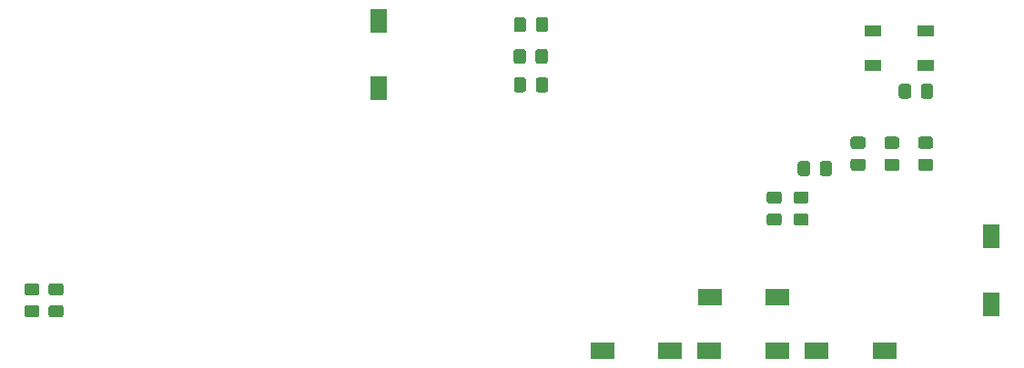
<source format=gbr>
%TF.GenerationSoftware,KiCad,Pcbnew,(5.1.6)-1*%
%TF.CreationDate,2021-01-14T00:20:57+08:00*%
%TF.ProjectId,micro-mp,6d696372-6f2d-46d7-902e-6b696361645f,v0.4*%
%TF.SameCoordinates,Original*%
%TF.FileFunction,Paste,Top*%
%TF.FilePolarity,Positive*%
%FSLAX46Y46*%
G04 Gerber Fmt 4.6, Leading zero omitted, Abs format (unit mm)*
G04 Created by KiCad (PCBNEW (5.1.6)-1) date 2021-01-14 00:20:57*
%MOMM*%
%LPD*%
G01*
G04 APERTURE LIST*
%ADD10R,1.597660X2.298700*%
%ADD11R,2.298700X1.597660*%
%ADD12R,1.500000X1.000000*%
G04 APERTURE END LIST*
%TO.C,D5*%
G36*
G01*
X113450001Y-98825000D02*
X112549999Y-98825000D01*
G75*
G02*
X112300000Y-98575001I0J249999D01*
G01*
X112300000Y-97924999D01*
G75*
G02*
X112549999Y-97675000I249999J0D01*
G01*
X113450001Y-97675000D01*
G75*
G02*
X113700000Y-97924999I0J-249999D01*
G01*
X113700000Y-98575001D01*
G75*
G02*
X113450001Y-98825000I-249999J0D01*
G01*
G37*
G36*
G01*
X113450001Y-100875000D02*
X112549999Y-100875000D01*
G75*
G02*
X112300000Y-100625001I0J249999D01*
G01*
X112300000Y-99974999D01*
G75*
G02*
X112549999Y-99725000I249999J0D01*
G01*
X113450001Y-99725000D01*
G75*
G02*
X113700000Y-99974999I0J-249999D01*
G01*
X113700000Y-100625001D01*
G75*
G02*
X113450001Y-100875000I-249999J0D01*
G01*
G37*
%TD*%
%TO.C,D4*%
G36*
G01*
X111200001Y-98825000D02*
X110299999Y-98825000D01*
G75*
G02*
X110050000Y-98575001I0J249999D01*
G01*
X110050000Y-97924999D01*
G75*
G02*
X110299999Y-97675000I249999J0D01*
G01*
X111200001Y-97675000D01*
G75*
G02*
X111450000Y-97924999I0J-249999D01*
G01*
X111450000Y-98575001D01*
G75*
G02*
X111200001Y-98825000I-249999J0D01*
G01*
G37*
G36*
G01*
X111200001Y-100875000D02*
X110299999Y-100875000D01*
G75*
G02*
X110050000Y-100625001I0J249999D01*
G01*
X110050000Y-99974999D01*
G75*
G02*
X110299999Y-99725000I249999J0D01*
G01*
X111200001Y-99725000D01*
G75*
G02*
X111450000Y-99974999I0J-249999D01*
G01*
X111450000Y-100625001D01*
G75*
G02*
X111200001Y-100875000I-249999J0D01*
G01*
G37*
%TD*%
%TO.C,R9*%
G36*
G01*
X157595000Y-77005001D02*
X157595000Y-76104999D01*
G75*
G02*
X157844999Y-75855000I249999J0D01*
G01*
X158495001Y-75855000D01*
G75*
G02*
X158745000Y-76104999I0J-249999D01*
G01*
X158745000Y-77005001D01*
G75*
G02*
X158495001Y-77255000I-249999J0D01*
G01*
X157844999Y-77255000D01*
G75*
G02*
X157595000Y-77005001I0J249999D01*
G01*
G37*
G36*
G01*
X155545000Y-77005001D02*
X155545000Y-76104999D01*
G75*
G02*
X155794999Y-75855000I249999J0D01*
G01*
X156445001Y-75855000D01*
G75*
G02*
X156695000Y-76104999I0J-249999D01*
G01*
X156695000Y-77005001D01*
G75*
G02*
X156445001Y-77255000I-249999J0D01*
G01*
X155794999Y-77255000D01*
G75*
G02*
X155545000Y-77005001I0J249999D01*
G01*
G37*
%TD*%
%TO.C,D3*%
G36*
G01*
X157625000Y-79650001D02*
X157625000Y-78749999D01*
G75*
G02*
X157874999Y-78500000I249999J0D01*
G01*
X158525001Y-78500000D01*
G75*
G02*
X158775000Y-78749999I0J-249999D01*
G01*
X158775000Y-79650001D01*
G75*
G02*
X158525001Y-79900000I-249999J0D01*
G01*
X157874999Y-79900000D01*
G75*
G02*
X157625000Y-79650001I0J249999D01*
G01*
G37*
G36*
G01*
X155575000Y-79650001D02*
X155575000Y-78749999D01*
G75*
G02*
X155824999Y-78500000I249999J0D01*
G01*
X156475001Y-78500000D01*
G75*
G02*
X156725000Y-78749999I0J-249999D01*
G01*
X156725000Y-79650001D01*
G75*
G02*
X156475001Y-79900000I-249999J0D01*
G01*
X155824999Y-79900000D01*
G75*
G02*
X155575000Y-79650001I0J249999D01*
G01*
G37*
%TD*%
%TO.C,R6*%
G36*
G01*
X193425000Y-80250001D02*
X193425000Y-79349999D01*
G75*
G02*
X193674999Y-79100000I249999J0D01*
G01*
X194325001Y-79100000D01*
G75*
G02*
X194575000Y-79349999I0J-249999D01*
G01*
X194575000Y-80250001D01*
G75*
G02*
X194325001Y-80500000I-249999J0D01*
G01*
X193674999Y-80500000D01*
G75*
G02*
X193425000Y-80250001I0J249999D01*
G01*
G37*
G36*
G01*
X191375000Y-80250001D02*
X191375000Y-79349999D01*
G75*
G02*
X191624999Y-79100000I249999J0D01*
G01*
X192275001Y-79100000D01*
G75*
G02*
X192525000Y-79349999I0J-249999D01*
G01*
X192525000Y-80250001D01*
G75*
G02*
X192275001Y-80500000I-249999J0D01*
G01*
X191624999Y-80500000D01*
G75*
G02*
X191375000Y-80250001I0J249999D01*
G01*
G37*
%TD*%
%TO.C,C2*%
G36*
G01*
X155575000Y-74050001D02*
X155575000Y-73149999D01*
G75*
G02*
X155824999Y-72900000I249999J0D01*
G01*
X156475001Y-72900000D01*
G75*
G02*
X156725000Y-73149999I0J-249999D01*
G01*
X156725000Y-74050001D01*
G75*
G02*
X156475001Y-74300000I-249999J0D01*
G01*
X155824999Y-74300000D01*
G75*
G02*
X155575000Y-74050001I0J249999D01*
G01*
G37*
G36*
G01*
X157625000Y-74050001D02*
X157625000Y-73149999D01*
G75*
G02*
X157874999Y-72900000I249999J0D01*
G01*
X158525001Y-72900000D01*
G75*
G02*
X158775000Y-73149999I0J-249999D01*
G01*
X158775000Y-74050001D01*
G75*
G02*
X158525001Y-74300000I-249999J0D01*
G01*
X157874999Y-74300000D01*
G75*
G02*
X157625000Y-74050001I0J249999D01*
G01*
G37*
%TD*%
D10*
%TO.C,SW6*%
X143000000Y-79549200D03*
X143000000Y-73250000D03*
%TD*%
%TO.C,SW5*%
X200000000Y-93350400D03*
X200000000Y-99649600D03*
%TD*%
D11*
%TO.C,SW4*%
X190045600Y-103969000D03*
X183746400Y-103969000D03*
%TD*%
%TO.C,SW3*%
X180076100Y-103969000D03*
X173776900Y-103969000D03*
%TD*%
%TO.C,SW2*%
X170106600Y-103969000D03*
X163807400Y-103969000D03*
%TD*%
%TO.C,SW1*%
X180088800Y-98939800D03*
X173789600Y-98939800D03*
%TD*%
%TO.C,R2*%
G36*
G01*
X179349999Y-91175000D02*
X180250001Y-91175000D01*
G75*
G02*
X180500000Y-91424999I0J-249999D01*
G01*
X180500000Y-92075001D01*
G75*
G02*
X180250001Y-92325000I-249999J0D01*
G01*
X179349999Y-92325000D01*
G75*
G02*
X179100000Y-92075001I0J249999D01*
G01*
X179100000Y-91424999D01*
G75*
G02*
X179349999Y-91175000I249999J0D01*
G01*
G37*
G36*
G01*
X179349999Y-89125000D02*
X180250001Y-89125000D01*
G75*
G02*
X180500000Y-89374999I0J-249999D01*
G01*
X180500000Y-90025001D01*
G75*
G02*
X180250001Y-90275000I-249999J0D01*
G01*
X179349999Y-90275000D01*
G75*
G02*
X179100000Y-90025001I0J249999D01*
G01*
X179100000Y-89374999D01*
G75*
G02*
X179349999Y-89125000I249999J0D01*
G01*
G37*
%TD*%
%TO.C,D2*%
G36*
G01*
X182750001Y-90275000D02*
X181849999Y-90275000D01*
G75*
G02*
X181600000Y-90025001I0J249999D01*
G01*
X181600000Y-89374999D01*
G75*
G02*
X181849999Y-89125000I249999J0D01*
G01*
X182750001Y-89125000D01*
G75*
G02*
X183000000Y-89374999I0J-249999D01*
G01*
X183000000Y-90025001D01*
G75*
G02*
X182750001Y-90275000I-249999J0D01*
G01*
G37*
G36*
G01*
X182750001Y-92325000D02*
X181849999Y-92325000D01*
G75*
G02*
X181600000Y-92075001I0J249999D01*
G01*
X181600000Y-91424999D01*
G75*
G02*
X181849999Y-91175000I249999J0D01*
G01*
X182750001Y-91175000D01*
G75*
G02*
X183000000Y-91424999I0J-249999D01*
G01*
X183000000Y-92075001D01*
G75*
G02*
X182750001Y-92325000I-249999J0D01*
G01*
G37*
%TD*%
%TO.C,C1*%
G36*
G01*
X183125000Y-86549999D02*
X183125000Y-87450001D01*
G75*
G02*
X182875001Y-87700000I-249999J0D01*
G01*
X182224999Y-87700000D01*
G75*
G02*
X181975000Y-87450001I0J249999D01*
G01*
X181975000Y-86549999D01*
G75*
G02*
X182224999Y-86300000I249999J0D01*
G01*
X182875001Y-86300000D01*
G75*
G02*
X183125000Y-86549999I0J-249999D01*
G01*
G37*
G36*
G01*
X185175000Y-86549999D02*
X185175000Y-87450001D01*
G75*
G02*
X184925001Y-87700000I-249999J0D01*
G01*
X184274999Y-87700000D01*
G75*
G02*
X184025000Y-87450001I0J249999D01*
G01*
X184025000Y-86549999D01*
G75*
G02*
X184274999Y-86300000I249999J0D01*
G01*
X184925001Y-86300000D01*
G75*
G02*
X185175000Y-86549999I0J-249999D01*
G01*
G37*
%TD*%
%TO.C,R3*%
G36*
G01*
X193427999Y-86075000D02*
X194328001Y-86075000D01*
G75*
G02*
X194578000Y-86324999I0J-249999D01*
G01*
X194578000Y-86975001D01*
G75*
G02*
X194328001Y-87225000I-249999J0D01*
G01*
X193427999Y-87225000D01*
G75*
G02*
X193178000Y-86975001I0J249999D01*
G01*
X193178000Y-86324999D01*
G75*
G02*
X193427999Y-86075000I249999J0D01*
G01*
G37*
G36*
G01*
X193427999Y-84025000D02*
X194328001Y-84025000D01*
G75*
G02*
X194578000Y-84274999I0J-249999D01*
G01*
X194578000Y-84925001D01*
G75*
G02*
X194328001Y-85175000I-249999J0D01*
G01*
X193427999Y-85175000D01*
G75*
G02*
X193178000Y-84925001I0J249999D01*
G01*
X193178000Y-84274999D01*
G75*
G02*
X193427999Y-84025000I249999J0D01*
G01*
G37*
%TD*%
%TO.C,R4*%
G36*
G01*
X191185333Y-85175000D02*
X190285331Y-85175000D01*
G75*
G02*
X190035332Y-84925001I0J249999D01*
G01*
X190035332Y-84274999D01*
G75*
G02*
X190285331Y-84025000I249999J0D01*
G01*
X191185333Y-84025000D01*
G75*
G02*
X191435332Y-84274999I0J-249999D01*
G01*
X191435332Y-84925001D01*
G75*
G02*
X191185333Y-85175000I-249999J0D01*
G01*
G37*
G36*
G01*
X191185333Y-87225000D02*
X190285331Y-87225000D01*
G75*
G02*
X190035332Y-86975001I0J249999D01*
G01*
X190035332Y-86324999D01*
G75*
G02*
X190285331Y-86075000I249999J0D01*
G01*
X191185333Y-86075000D01*
G75*
G02*
X191435332Y-86324999I0J-249999D01*
G01*
X191435332Y-86975001D01*
G75*
G02*
X191185333Y-87225000I-249999J0D01*
G01*
G37*
%TD*%
%TO.C,R1*%
G36*
G01*
X187142665Y-86075000D02*
X188042667Y-86075000D01*
G75*
G02*
X188292666Y-86324999I0J-249999D01*
G01*
X188292666Y-86975001D01*
G75*
G02*
X188042667Y-87225000I-249999J0D01*
G01*
X187142665Y-87225000D01*
G75*
G02*
X186892666Y-86975001I0J249999D01*
G01*
X186892666Y-86324999D01*
G75*
G02*
X187142665Y-86075000I249999J0D01*
G01*
G37*
G36*
G01*
X187142665Y-84025000D02*
X188042667Y-84025000D01*
G75*
G02*
X188292666Y-84274999I0J-249999D01*
G01*
X188292666Y-84925001D01*
G75*
G02*
X188042667Y-85175000I-249999J0D01*
G01*
X187142665Y-85175000D01*
G75*
G02*
X186892666Y-84925001I0J249999D01*
G01*
X186892666Y-84274999D01*
G75*
G02*
X187142665Y-84025000I249999J0D01*
G01*
G37*
%TD*%
D12*
%TO.C,D1*%
X188950000Y-74200000D03*
X188950000Y-77400000D03*
X193850000Y-74200000D03*
X193850000Y-77400000D03*
%TD*%
M02*

</source>
